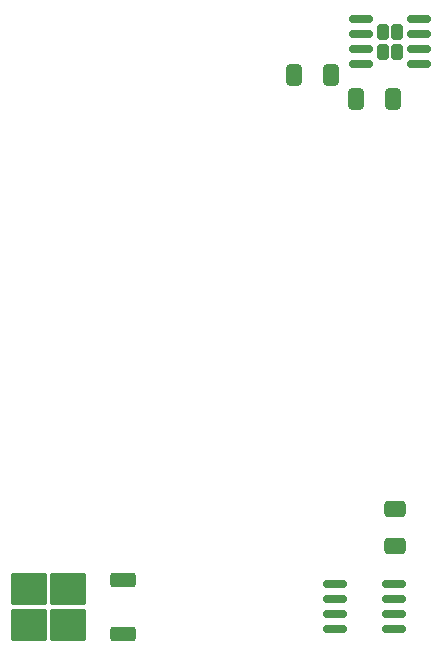
<source format=gbr>
%TF.GenerationSoftware,KiCad,Pcbnew,7.0.6*%
%TF.CreationDate,2023-09-04T23:14:40+02:00*%
%TF.ProjectId,ESP32RIO,45535033-3252-4494-9f2e-6b696361645f,rev?*%
%TF.SameCoordinates,Original*%
%TF.FileFunction,Paste,Top*%
%TF.FilePolarity,Positive*%
%FSLAX46Y46*%
G04 Gerber Fmt 4.6, Leading zero omitted, Abs format (unit mm)*
G04 Created by KiCad (PCBNEW 7.0.6) date 2023-09-04 23:14:40*
%MOMM*%
%LPD*%
G01*
G04 APERTURE LIST*
G04 Aperture macros list*
%AMRoundRect*
0 Rectangle with rounded corners*
0 $1 Rounding radius*
0 $2 $3 $4 $5 $6 $7 $8 $9 X,Y pos of 4 corners*
0 Add a 4 corners polygon primitive as box body*
4,1,4,$2,$3,$4,$5,$6,$7,$8,$9,$2,$3,0*
0 Add four circle primitives for the rounded corners*
1,1,$1+$1,$2,$3*
1,1,$1+$1,$4,$5*
1,1,$1+$1,$6,$7*
1,1,$1+$1,$8,$9*
0 Add four rect primitives between the rounded corners*
20,1,$1+$1,$2,$3,$4,$5,0*
20,1,$1+$1,$4,$5,$6,$7,0*
20,1,$1+$1,$6,$7,$8,$9,0*
20,1,$1+$1,$8,$9,$2,$3,0*%
G04 Aperture macros list end*
%ADD10RoundRect,0.250000X0.850000X0.350000X-0.850000X0.350000X-0.850000X-0.350000X0.850000X-0.350000X0*%
%ADD11RoundRect,0.250000X1.275000X1.125000X-1.275000X1.125000X-1.275000X-1.125000X1.275000X-1.125000X0*%
%ADD12RoundRect,0.242500X-0.242500X-0.422500X0.242500X-0.422500X0.242500X0.422500X-0.242500X0.422500X0*%
%ADD13RoundRect,0.150000X-0.825000X-0.150000X0.825000X-0.150000X0.825000X0.150000X-0.825000X0.150000X0*%
%ADD14RoundRect,0.250000X0.650000X-0.412500X0.650000X0.412500X-0.650000X0.412500X-0.650000X-0.412500X0*%
%ADD15RoundRect,0.250000X0.412500X0.650000X-0.412500X0.650000X-0.412500X-0.650000X0.412500X-0.650000X0*%
%ADD16RoundRect,0.250000X-0.412500X-0.650000X0.412500X-0.650000X0.412500X0.650000X-0.412500X0.650000X0*%
G04 APERTURE END LIST*
D10*
%TO.C,U15*%
X148465000Y-111805000D03*
X148465000Y-107245000D03*
D11*
X140490000Y-108000000D03*
X143840000Y-111050000D03*
X140490000Y-111050000D03*
X143840000Y-108000000D03*
%TD*%
D12*
%TO.C,U21*%
X170500000Y-60850000D03*
X170500000Y-62500000D03*
X171700000Y-60850000D03*
X171700000Y-62500000D03*
D13*
X168625000Y-59770000D03*
X168625000Y-61040000D03*
X168625000Y-62310000D03*
X168625000Y-63580000D03*
X173575000Y-63580000D03*
X173575000Y-62310000D03*
X173575000Y-61040000D03*
X173575000Y-59770000D03*
%TD*%
D14*
%TO.C,C1*%
X171500000Y-104312500D03*
X171500000Y-101187500D03*
%TD*%
D15*
%TO.C,C3*%
X166062500Y-64500000D03*
X162937500Y-64500000D03*
%TD*%
D13*
%TO.C,U22*%
X166455000Y-107595000D03*
X166455000Y-108865000D03*
X166455000Y-110135000D03*
X166455000Y-111405000D03*
X171405000Y-111405000D03*
X171405000Y-110135000D03*
X171405000Y-108865000D03*
X171405000Y-107595000D03*
%TD*%
D16*
%TO.C,C2*%
X168187500Y-66500000D03*
X171312500Y-66500000D03*
%TD*%
M02*

</source>
